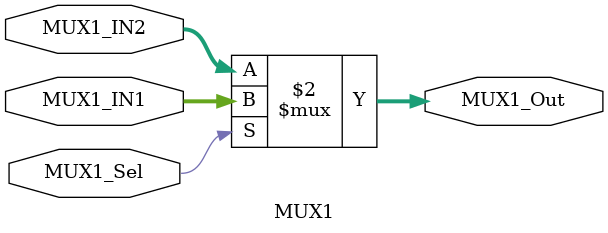
<source format=v>
module MUX1(
    input [7:0] MUX1_IN1,   //Connected to instruction register
    input [7:0] MUX1_IN2,   // Conencted to PC_Adder Output
    input MUX1_Sel,    // Connected to control unit
    output [7:0] MUX1_Out    //
);
    assign MUX1_Out = (MUX1_Sel == 1) ? MUX1_IN1 : MUX1_IN2;
endmodule
</source>
